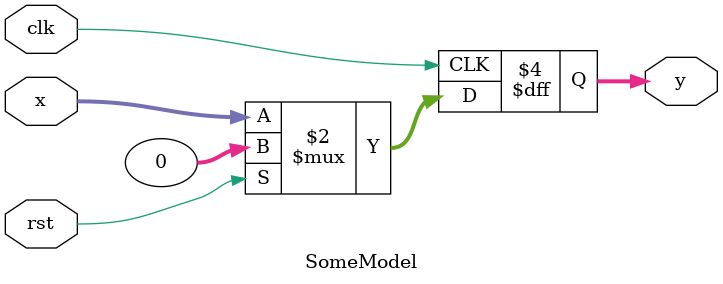
<source format=sv>
module SomeModel #(
    parameter DW = 32
) (
    input  logic clk,
    input  logic rst,
    input  logic [DW-1:0] x,
    output logic [DW-1:0] y
);

always @(posedge clk) begin
    y <= x;

    if (rst) begin
        y <= 0;
    end
end

endmodule

</source>
